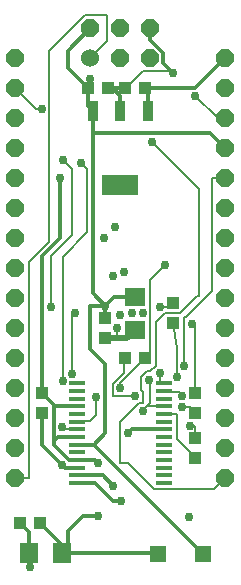
<source format=gbr>
G04 EAGLE Gerber RS-274X export*
G75*
%MOMM*%
%FSLAX34Y34*%
%LPD*%
%INBottom Copper*%
%IPPOS*%
%AMOC8*
5,1,8,0,0,1.08239X$1,22.5*%
G01*
%ADD10R,1.600000X1.800000*%
%ADD11R,1.800000X1.600000*%
%ADD12R,1.000000X1.100000*%
%ADD13R,1.100000X1.000000*%
%ADD14R,1.397000X0.348000*%
%ADD15C,1.524000*%
%ADD16P,1.649562X8X22.500000*%
%ADD17R,1.400000X1.400000*%
%ADD18R,0.889000X1.765300*%
%ADD19R,3.149600X1.765300*%
%ADD20P,1.632244X8X292.500000*%
%ADD21P,1.632244X8X112.500000*%
%ADD22C,0.508000*%
%ADD23C,0.304800*%
%ADD24C,0.756400*%
%ADD25C,0.203200*%


D10*
X52100Y25400D03*
X24100Y25400D03*
D11*
X114300Y242600D03*
X114300Y214600D03*
D12*
X88900Y224400D03*
X88900Y207400D03*
X146050Y220100D03*
X146050Y237100D03*
D13*
X33900Y50800D03*
X16900Y50800D03*
D12*
X35560Y143900D03*
X35560Y160900D03*
D13*
X122800Y419100D03*
X105800Y419100D03*
X74050Y419100D03*
X91050Y419100D03*
X122800Y190500D03*
X105800Y190500D03*
D14*
X65040Y169250D03*
X65040Y162750D03*
X65040Y156250D03*
X65040Y149750D03*
X65040Y143250D03*
X65040Y136750D03*
X65040Y130250D03*
X65040Y117250D03*
X65040Y123750D03*
X65040Y110750D03*
X65040Y104250D03*
X65040Y97750D03*
X65040Y91250D03*
X65040Y84750D03*
X138160Y169250D03*
X138160Y162750D03*
X138160Y156250D03*
X138160Y149750D03*
X138160Y143250D03*
X138160Y136750D03*
X138160Y130250D03*
X138160Y123750D03*
X138160Y117250D03*
X138160Y110750D03*
X138160Y104250D03*
X138160Y97750D03*
X138160Y91250D03*
X138160Y84750D03*
D15*
X76200Y444500D03*
D16*
X101600Y444500D03*
X127000Y444500D03*
X76200Y469900D03*
X101600Y469900D03*
X127000Y469900D03*
D13*
X165100Y160900D03*
X165100Y143900D03*
X165100Y122800D03*
X165100Y105800D03*
D17*
X133400Y24892D03*
X171400Y24892D03*
D18*
X78486Y399479D03*
X101600Y399479D03*
X124714Y399479D03*
D19*
X101600Y337122D03*
D20*
X190500Y444500D03*
X190500Y419100D03*
X190500Y393700D03*
X190500Y368300D03*
X190500Y342900D03*
X190500Y317500D03*
X190500Y292100D03*
X190500Y266700D03*
X190500Y241300D03*
X190500Y215900D03*
X190500Y190500D03*
X190500Y165100D03*
X190500Y139700D03*
X190500Y114300D03*
X190500Y88900D03*
D21*
X12700Y88900D03*
X12700Y114300D03*
X12700Y139700D03*
X12700Y165100D03*
X12700Y190500D03*
X12700Y215900D03*
X12700Y241300D03*
X12700Y266700D03*
X12700Y292100D03*
X12700Y317500D03*
X12700Y342900D03*
X12700Y368300D03*
X12700Y393700D03*
X12700Y419100D03*
X12700Y444500D03*
D22*
X88900Y207400D02*
X98425Y207400D01*
X107100Y207400D01*
X114300Y214600D01*
D23*
X95250Y419100D02*
X91050Y419100D01*
X95250Y419100D02*
X105800Y419100D01*
X101600Y412750D02*
X95250Y419100D01*
X101600Y412750D02*
X101600Y399479D01*
X16900Y50800D02*
X24100Y43600D01*
X24100Y25400D01*
X25400Y24100D01*
X25400Y13942D01*
X25400Y12700D01*
D24*
X25400Y13942D03*
D23*
X45720Y120650D02*
X48820Y123750D01*
X65040Y123750D01*
X45720Y120650D02*
X45720Y117035D01*
X45720Y120650D02*
X45720Y148590D01*
X46880Y149750D01*
X65040Y149750D01*
X35560Y160900D02*
X35560Y276860D01*
X50800Y292100D02*
X50800Y342900D01*
D24*
X50800Y342900D03*
D23*
X50800Y292100D02*
X35560Y276860D01*
X58505Y104250D02*
X65040Y104250D01*
X58505Y104250D02*
X45720Y117035D01*
X65040Y104250D02*
X79900Y104250D01*
X82550Y101600D01*
D24*
X82550Y101600D03*
X107950Y127000D03*
D23*
X111200Y130250D01*
X138160Y130250D01*
D24*
X146050Y431800D03*
D23*
X137668Y440182D01*
X137668Y448919D01*
X127000Y459587D02*
X127000Y469900D01*
X127000Y459587D02*
X137668Y448919D01*
D25*
X146050Y236538D02*
X142875Y233363D01*
X134938Y233363D01*
X146050Y236538D02*
X146050Y237100D01*
X106363Y419100D02*
X120650Y433388D01*
X142875Y433388D01*
X106363Y419100D02*
X105800Y419100D01*
X142875Y433388D02*
X146050Y431800D01*
X98425Y215900D02*
X98425Y207400D01*
D24*
X134938Y233363D03*
X98425Y215900D03*
D23*
X35560Y160900D02*
X45720Y150740D01*
X45720Y148590D01*
D24*
X160020Y55880D03*
D25*
X65040Y130250D02*
X55170Y130250D01*
X53340Y132080D01*
X52550Y132080D01*
D24*
X52550Y132080D03*
X52749Y170808D03*
D25*
X52749Y276269D01*
X73660Y297180D01*
X73660Y350520D01*
X68580Y355600D01*
D24*
X68580Y355600D03*
D25*
X65450Y137160D02*
X65040Y136750D01*
X65450Y137160D02*
X76200Y137160D01*
X81280Y142240D01*
X81280Y157480D01*
D24*
X81280Y157480D03*
X60960Y176996D03*
D25*
X60960Y226383D01*
X63020Y228443D01*
D24*
X63020Y228443D03*
X43264Y233764D03*
D25*
X43264Y276944D01*
X60960Y294640D01*
X60960Y350520D01*
X53340Y358140D01*
D24*
X53340Y358140D03*
D23*
X54650Y97750D02*
X65040Y97750D01*
X35560Y116840D02*
X35560Y143900D01*
X52388Y100013D02*
X54650Y97750D01*
X52388Y100013D02*
X35560Y116840D01*
D24*
X52388Y100013D03*
D25*
X101600Y169300D02*
X122800Y190500D01*
X101600Y169300D02*
X101600Y165100D01*
D24*
X101600Y165100D03*
D25*
X122800Y190500D02*
X127000Y194700D01*
D24*
X139700Y269335D03*
D25*
X127000Y256635D02*
X127000Y194700D01*
X127000Y256635D02*
X139700Y269335D01*
X184150Y393700D02*
X190500Y393700D01*
X184150Y393700D02*
X165100Y412750D01*
X165100Y412270D01*
D24*
X165100Y412270D03*
D25*
X165100Y219075D02*
X165100Y160900D01*
X165100Y219075D02*
X161925Y219075D01*
X30163Y401638D02*
X12700Y419100D01*
X30163Y401638D02*
X34925Y401638D01*
D24*
X161925Y219075D03*
X120650Y228600D03*
X34925Y401638D03*
D25*
X165100Y133350D02*
X165100Y122800D01*
X165100Y133350D02*
X160338Y133350D01*
D24*
X160338Y133350D03*
X101600Y227013D03*
X104775Y263525D03*
D25*
X104775Y190500D02*
X104775Y177800D01*
X95250Y168275D01*
X95250Y158750D01*
X114300Y158750D01*
X150813Y161925D02*
X153988Y158750D01*
X150813Y161925D02*
X139700Y161925D01*
X105800Y190500D02*
X104775Y190500D01*
X138160Y162750D02*
X139700Y161925D01*
D24*
X114300Y158750D03*
X153988Y158750D03*
X120650Y146050D03*
D25*
X124350Y149750D01*
X138160Y149750D01*
X127000Y152400D02*
X124350Y149750D01*
X127000Y152400D02*
X127000Y171450D01*
X126786Y171664D01*
X125869Y171664D01*
D24*
X125869Y171664D03*
X88900Y234950D03*
D23*
X88900Y224400D01*
X88900Y234950D02*
X96550Y242600D01*
X114300Y242600D01*
X74050Y403915D02*
X74050Y419100D01*
X74050Y403915D02*
X78486Y399479D01*
X78486Y381000D01*
X78486Y245364D01*
X88900Y234950D01*
D24*
X76200Y426600D03*
D25*
X76200Y421250D01*
X74050Y419100D01*
D23*
X78486Y381000D02*
X177800Y381000D01*
X190500Y368300D01*
X79042Y117250D02*
X171400Y24892D01*
X79042Y117250D02*
X65040Y117250D01*
X76200Y234950D02*
X88900Y234950D01*
X57150Y450850D02*
X76200Y469900D01*
X57150Y436000D02*
X74050Y419100D01*
X57150Y436000D02*
X57150Y450850D01*
X76200Y234950D02*
X76200Y198120D01*
X88900Y185420D01*
X88900Y127108D01*
X79042Y117250D01*
X86550Y91250D02*
X65040Y91250D01*
X86550Y91250D02*
X95250Y82550D01*
D24*
X95250Y82550D03*
X102080Y69850D03*
D23*
X95250Y69850D01*
X80350Y84750D02*
X65040Y84750D01*
X80350Y84750D02*
X95250Y69850D01*
D25*
X149225Y122238D02*
X165100Y106363D01*
X149225Y122238D02*
X149225Y142875D01*
X139700Y142875D01*
X165100Y106363D02*
X165100Y105800D01*
X139700Y142875D02*
X138160Y143250D01*
X160338Y149225D02*
X165100Y144463D01*
X160338Y149225D02*
X153988Y149225D01*
X134938Y169863D02*
X134938Y177800D01*
X134938Y169863D02*
X138113Y169863D01*
X165100Y144463D02*
X165100Y143900D01*
X138160Y169250D02*
X138113Y169863D01*
D24*
X153988Y149225D03*
X134938Y177800D03*
D25*
X155575Y184150D02*
X155575Y225425D01*
X157163Y225425D01*
X179388Y247650D01*
X179388Y342900D01*
X190500Y342900D01*
D24*
X155575Y184150D03*
X111125Y228600D03*
X87313Y292100D03*
X95250Y260350D03*
D23*
X57150Y25400D02*
X52100Y25400D01*
X57150Y25400D02*
X132892Y25400D01*
X133400Y24892D01*
X52100Y32600D02*
X33900Y50800D01*
X52100Y32600D02*
X52100Y25400D01*
D24*
X82550Y57150D03*
D23*
X69850Y57150D01*
X57150Y44450D01*
X57150Y25400D01*
X124714Y417186D02*
X122800Y419100D01*
X124714Y417186D02*
X124714Y399479D01*
X122800Y419100D02*
X165100Y419100D01*
X190500Y444500D01*
D25*
X90488Y458788D02*
X76200Y444500D01*
X90488Y458788D02*
X90488Y481013D01*
X71438Y481013D01*
X41275Y450850D01*
X41275Y288925D01*
X23813Y271463D01*
X23813Y88900D01*
X12700Y88900D01*
X168275Y333375D02*
X128588Y373063D01*
X168275Y333375D02*
X168275Y242888D01*
X166688Y242888D01*
X152400Y228600D01*
X139700Y228600D01*
X131763Y220663D01*
X131763Y184150D01*
X127000Y179388D01*
X123825Y179388D01*
X119063Y174625D01*
X119063Y163513D01*
X120650Y161925D01*
X120650Y152400D01*
X117475Y152400D01*
X101600Y136525D01*
X101600Y101600D01*
X107950Y101600D01*
X130175Y79375D01*
X180975Y79375D01*
X190500Y88900D01*
D24*
X128588Y373063D03*
X96838Y301625D03*
X149119Y174519D03*
D25*
X149119Y199405D01*
X146050Y220100D01*
M02*

</source>
